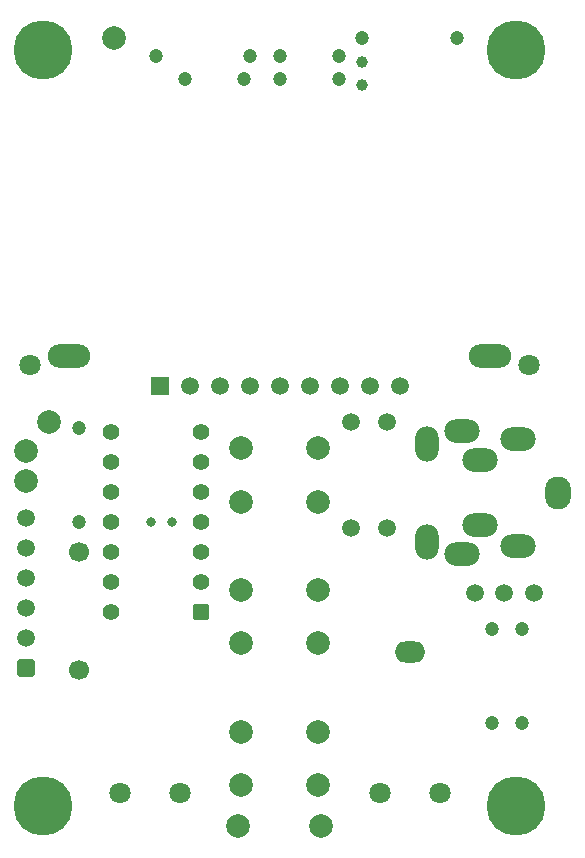
<source format=gts>
G04 #@! TF.GenerationSoftware,KiCad,Pcbnew,7.0.8*
G04 #@! TF.CreationDate,2024-02-28T21:31:28+09:00*
G04 #@! TF.ProjectId,KT0913_Digital_Radio_1.2w,4b543039-3133-45f4-9469-676974616c5f,rev?*
G04 #@! TF.SameCoordinates,Original*
G04 #@! TF.FileFunction,Soldermask,Top*
G04 #@! TF.FilePolarity,Negative*
%FSLAX46Y46*%
G04 Gerber Fmt 4.6, Leading zero omitted, Abs format (unit mm)*
G04 Created by KiCad (PCBNEW 7.0.8) date 2024-02-28 21:31:28*
%MOMM*%
%LPD*%
G01*
G04 APERTURE LIST*
G04 Aperture macros list*
%AMFreePoly0*
4,1,21,-0.698500,0.419100,-0.677232,0.526022,-0.616666,0.616666,-0.526022,0.677232,-0.419100,0.698500,0.419100,0.698500,0.526022,0.677232,0.616666,0.616666,0.677232,0.526022,0.698500,0.419100,0.698500,-0.419100,0.677232,-0.526022,0.616666,-0.616666,0.526022,-0.677232,0.419100,-0.698500,-0.419100,-0.698500,-0.526022,-0.677232,-0.616666,-0.616666,-0.677232,-0.526022,-0.698500,-0.419100,
-0.698500,0.419100,-0.698500,0.419100,$1*%
%AMFreePoly1*
4,1,25,-0.750000,0.450000,-0.742031,0.518685,-0.697499,0.619541,-0.619541,0.697499,-0.518685,0.742031,-0.450000,0.750000,0.450000,0.750000,0.518685,0.742031,0.619541,0.697499,0.697499,0.619541,0.742031,0.518685,0.750000,0.450000,0.750000,-0.450000,0.742031,-0.518685,0.697499,-0.619541,0.619541,-0.697499,0.518685,-0.742031,0.450000,-0.750000,-0.450000,-0.750000,-0.518685,-0.742031,
-0.619541,-0.697499,-0.697499,-0.619541,-0.742031,-0.518685,-0.750000,-0.450000,-0.750000,0.450000,-0.750000,0.450000,$1*%
G04 Aperture macros list end*
%ADD10FreePoly0,90.000000*%
%ADD11C,1.397000*%
%ADD12C,2.000000*%
%ADD13C,5.000000*%
%ADD14C,1.500000*%
%ADD15C,1.200000*%
%ADD16C,1.000000*%
%ADD17C,1.800000*%
%ADD18O,2.200000X2.800000*%
%ADD19O,3.000000X2.000000*%
%ADD20O,2.000000X3.000000*%
%ADD21C,1.700000*%
%ADD22R,1.500000X1.500000*%
%ADD23O,3.600000X2.000000*%
%ADD24O,2.600000X1.800000*%
%ADD25FreePoly1,90.000000*%
%ADD26C,0.800000*%
G04 APERTURE END LIST*
D10*
X116310000Y-100620000D03*
D11*
X116310000Y-98080000D03*
X116310000Y-95540000D03*
X116310000Y-93000000D03*
X116310000Y-90460000D03*
X116310000Y-87920000D03*
X116310000Y-85380000D03*
X108690000Y-85380000D03*
X108690000Y-87920000D03*
X108690000Y-90460000D03*
X108690000Y-93000000D03*
X108690000Y-95540000D03*
X108690000Y-98080000D03*
X108690000Y-100620000D03*
D12*
X119750000Y-98750000D03*
X126250000Y-98750000D03*
X119750000Y-103250000D03*
X126250000Y-103250000D03*
D13*
X143000000Y-53000000D03*
D12*
X109000000Y-52000000D03*
D14*
X139500000Y-99000000D03*
X142000000Y-99000000D03*
X144500000Y-99000000D03*
D13*
X103000000Y-117000000D03*
D12*
X101500000Y-87000000D03*
X119500000Y-118700000D03*
D15*
X143500000Y-110000000D03*
X143500000Y-102000000D03*
D14*
X132059921Y-93500000D03*
X132059921Y-84500000D03*
D12*
X119750000Y-110750000D03*
X126250000Y-110750000D03*
X119750000Y-115250000D03*
X126250000Y-115250000D03*
D14*
X129000000Y-93500000D03*
X129000000Y-84500000D03*
D16*
X130000000Y-54000000D03*
X130000000Y-56000000D03*
D15*
X138000000Y-52000000D03*
X130000000Y-52000000D03*
D12*
X103500000Y-84500000D03*
X126250000Y-91250000D03*
X119750000Y-91250000D03*
X126250000Y-86750000D03*
X119750000Y-86750000D03*
D13*
X143000000Y-117000000D03*
D15*
X120000000Y-55500000D03*
X115000000Y-55500000D03*
D17*
X109460000Y-115936000D03*
X114540000Y-115936000D03*
D12*
X101500000Y-89500000D03*
D18*
X146600000Y-90500000D03*
X146600000Y-90500000D03*
D19*
X143200000Y-85950000D03*
X143200000Y-95050000D03*
X138450000Y-85280000D03*
X138450000Y-95720000D03*
D20*
X135450000Y-86350000D03*
X135450000Y-94650000D03*
D19*
X140000000Y-87730000D03*
X140000000Y-93270000D03*
D21*
X106000000Y-95500000D03*
X106000000Y-105500000D03*
D13*
X103000000Y-53000000D03*
D15*
X123000000Y-53500000D03*
X128000000Y-53500000D03*
X123000000Y-55500000D03*
X128000000Y-55500000D03*
D17*
X101900000Y-79700000D03*
X144100000Y-79700000D03*
D22*
X112840000Y-81500000D03*
D14*
X115380000Y-81500000D03*
X117920000Y-81500000D03*
X120460000Y-81500000D03*
X123000000Y-81500000D03*
X125540000Y-81500000D03*
X128080000Y-81500000D03*
X130620000Y-81500000D03*
X133160000Y-81500000D03*
D23*
X105200000Y-78900000D03*
X140800000Y-78900000D03*
D15*
X141000000Y-102000000D03*
X141000000Y-110000000D03*
D12*
X126500000Y-118700000D03*
D15*
X120500000Y-53500000D03*
X112500000Y-53500000D03*
X106000000Y-85000000D03*
X106000000Y-93000000D03*
D24*
X134000000Y-104000000D03*
D25*
X101500000Y-105350000D03*
D14*
X101500000Y-102810000D03*
X101500000Y-100270000D03*
X101500000Y-97730000D03*
X101500000Y-95190000D03*
X101500000Y-92650000D03*
D26*
X113900000Y-93000000D03*
X112100000Y-93000000D03*
D17*
X136540000Y-115936000D03*
X131460000Y-115936000D03*
M02*

</source>
